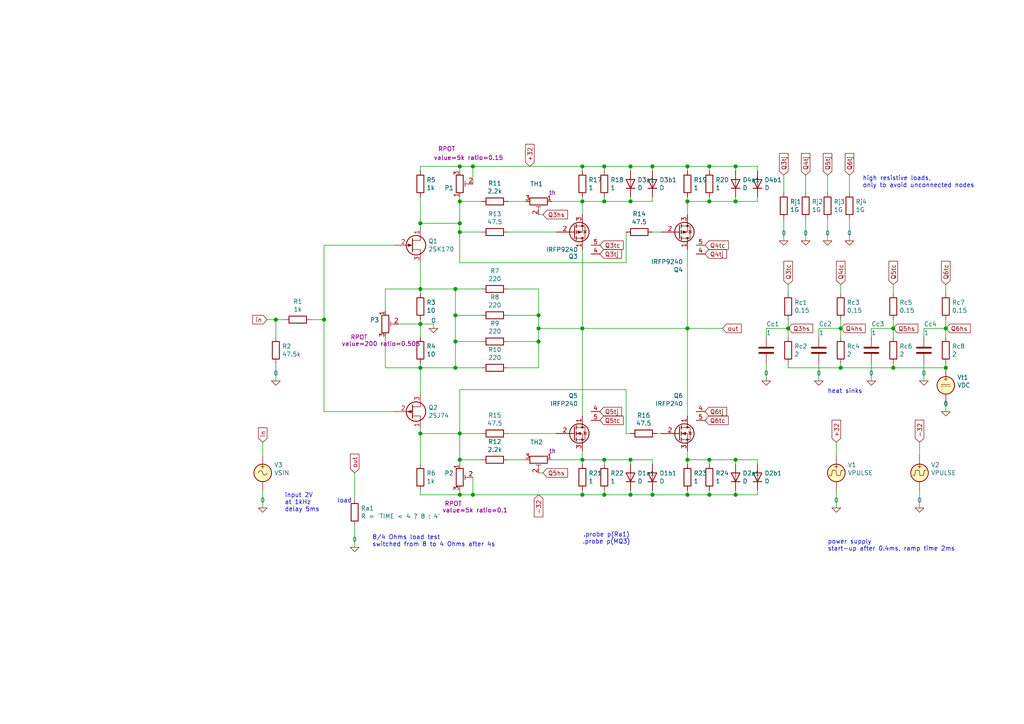
<source format=kicad_sch>
(kicad_sch (version 20231120) (generator "eeschema") (generator_version "8.0")
  (paper "A4")
  (title_block (title "Pass Labs F5 Turbo V2 thermal simulation") (date "2021-02-21") (rev "3") (company "Holger Vogt") (comment 1 "Circuit design (C) Nelson Pass, 2012") (comment 2 "4 and 8 Ohms load"))
  (lib_symbols
    (symbol "Device:C" (pin_numbers hide) (pin_names (offset 0.254))
      (property "Reference" "C" (at 0.635 2.54 0))
      (property "Value" "C" (at 0.635 -2.54 0))
      (symbol "C_0_1"
        (polyline (pts (xy -2.032 -0.762) (xy 2.032 -0.762)) (stroke (width 0.508)))
        (polyline (pts (xy -2.032 0.762) (xy 2.032 0.762)) (stroke (width 0.508)))
      )
      (symbol "C_1_1"
        (pin passive line (at 0 3.81 270) (length 2.794) (name "~") (number "1"))
        (pin passive line (at 0 -3.81 90) (length 2.794) (name "~") (number "2"))
      )
    )
    (symbol "Device:D" (pin_numbers hide) (pin_names hide)
      (property "Reference" "D" (at 0 2.54 0))
      (property "Value" "D" (at 0 -2.54 0))
      (symbol "D_0_1"
        (polyline (pts (xy -1.27 1.27) (xy -1.27 -1.27)) (stroke (width 0.254)))
        (polyline (pts (xy 1.27 0) (xy -1.27 0)))
        (polyline (pts (xy 1.27 1.27) (xy 1.27 -1.27) (xy -1.27 0) (xy 1.27 1.27)) (stroke (width 0.254)))
      )
      (symbol "D_1_1"
        (pin passive line (at -3.81 0 0) (length 2.54) (name "K") (number "1"))
        (pin passive line (at 3.81 0 180) (length 2.54) (name "A") (number "2"))
      )
    )
    (symbol "Device:Q_NJFET_DGS" (pin_names (offset 0) hide)
      (property "Reference" "Q" (at 5.08 1.27 0))
      (property "Value" "Q_NJFET_DGS" (at 5.08 -1.27 0))
      (symbol "Q_NJFET_DGS_0_1"
        (polyline (pts (xy 0.254 1.905) (xy 0.254 -1.905) (xy 0.254 -1.905)) (stroke (width 0.254)))
        (polyline (pts (xy 2.54 -2.54) (xy 2.54 -1.27) (xy 0.254 -1.27)))
        (polyline (pts (xy 2.54 2.54) (xy 2.54 1.397) (xy 0.254 1.397)))
        (polyline (pts (xy 0 0) (xy -1.016 0.381) (xy -1.016 -0.381) (xy 0 0)) (fill (type outline)))
        (circle (center 1.27 0) (radius 2.8194) (stroke (width 0.254)))
      )
      (symbol "Q_NJFET_DGS_1_1"
        (pin passive line (at 2.54 5.08 270) (length 2.54) (name "D") (number "1"))
        (pin input line (at -5.08 0 0) (length 5.334) (name "G") (number "2"))
        (pin passive line (at 2.54 -5.08 90) (length 2.54) (name "S") (number "3"))
      )
    )
    (symbol "Device:Q_PJFET_SGD" (pin_names (offset 0) hide)
      (property "Reference" "Q" (at 5.08 1.27 0))
      (property "Value" "Q_PJFET_SGD" (at 5.08 -1.27 0))
      (symbol "Q_PJFET_SGD_0_1"
        (polyline (pts (xy 0.254 1.905) (xy 0.254 -1.905) (xy 0.254 -1.905)) (stroke (width 0.254)))
        (polyline (pts (xy 2.54 -2.54) (xy 2.54 -1.27) (xy 0.254 -1.27)))
        (polyline (pts (xy 2.54 2.54) (xy 2.54 1.397) (xy 0.254 1.397)))
        (polyline (pts (xy -1.143 0) (xy -0.127 0.381) (xy -0.127 -0.381) (xy -1.143 0)) (fill (type outline)))
        (circle (center 1.27 0) (radius 2.8194) (stroke (width 0.254)))
      )
      (symbol "Q_PJFET_SGD_1_1"
        (pin passive line (at 2.54 -5.08 90) (length 2.54) (name "S") (number "1"))
        (pin input line (at -5.08 0 0) (length 5.334) (name "G") (number "2"))
        (pin passive line (at 2.54 5.08 270) (length 2.54) (name "D") (number "3"))
      )
    )
    (symbol "Device:R" (pin_numbers hide) (pin_names (offset 0))
      (property "Reference" "R" (at 2.032 0 90))
      (property "Value" "R" (at 0 0 90))
      (symbol "R_0_1"
        (rectangle (start -1.016 -2.54) (end 1.016 2.54) (stroke (width 0.254)))
      )
      (symbol "R_1_1"
        (pin passive line (at 0 3.81 270) (length 1.27) (name "~") (number "1"))
        (pin passive line (at 0 -3.81 90) (length 1.27) (name "~") (number "2"))
      )
    )
    (symbol "Device:R_POT_TRIM" (pin_names hide)
      (property "Reference" "RV" (at -4.445 0 90))
      (property "Value" "R_POT_TRIM" (at -2.54 0 90))
      (symbol "R_POT_TRIM_0_1"
        (polyline (pts (xy 1.524 0.762) (xy 1.524 -0.762)))
        (polyline (pts (xy 2.54 0) (xy 1.524 0)))
        (rectangle (start 1.016 2.54) (end -1.016 -2.54) (stroke (width 0.254)))
      )
      (symbol "R_POT_TRIM_1_1"
        (pin passive line (at 0 3.81 270) (length 1.27) (name "1") (number "1"))
        (pin passive line (at 3.81 0 180) (length 1.27) (name "2") (number "2"))
        (pin passive line (at 0 -3.81 90) (length 1.27) (name "3") (number "3"))
      )
    )
    (symbol "HVO_Device:Q_NMOS_DGS_T" (pin_names (offset 0) hide)
      (property "Reference" "Q" (at 5.08 1.27 0))
      (property "Value" "Q_NMOS_DGS_T" (at 5.08 -1.27 0))
      (symbol "Q_NMOS_DGS_T_0_0"
        (pin output line (at 7.62 6.35 180) (length 2.54) (name "Tj") (number "4"))
        (pin bidirectional line (at 7.62 3.81 180) (length 2.54) (name "Tcase") (number "5"))
      )
      (symbol "Q_NMOS_DGS_T_0_1"
        (polyline (pts (xy 0.0508 0) (xy 0.254 0)))
        (polyline (pts (xy 0.762 -1.778) (xy 2.54 -1.778)))
        (polyline (pts (xy 0.762 -1.27) (xy 0.762 -2.286)) (stroke (width 0.254)))
        (polyline (pts (xy 0.762 0) (xy 2.54 0)))
        (polyline (pts (xy 0.762 0.508) (xy 0.762 -0.508)) (stroke (width 0.254)))
        (polyline (pts (xy 0.762 1.778) (xy 2.54 1.778)))
        (polyline (pts (xy 0.762 2.286) (xy 0.762 1.27)) (stroke (width 0.254)))
        (polyline (pts (xy 2.54 -1.778) (xy 2.54 -2.54)))
        (polyline (pts (xy 2.54 -1.778) (xy 2.54 0)))
        (polyline (pts (xy 2.54 2.54) (xy 2.54 1.778)))
        (polyline (pts (xy 0.254 1.905) (xy 0.254 -1.905) (xy 0.254 -1.905)) (stroke (width 0.254)))
        (polyline (pts (xy 1.016 0) (xy 2.032 0.381) (xy 2.032 -0.381) (xy 1.016 0)) (fill (type outline)))
        (polyline (pts (xy 2.54 -1.778) (xy 3.302 -1.778) (xy 3.302 1.778) (xy 2.54 1.778)))
        (polyline (pts (xy 2.794 0.508) (xy 2.921 0.381) (xy 3.683 0.381) (xy 3.81 0.254)))
        (polyline (pts (xy 3.302 0.381) (xy 2.921 -0.254) (xy 3.683 -0.254) (xy 3.302 0.381)))
        (circle (center 1.651 0) (radius 2.8194) (stroke (width 0.254)))
        (circle (center 2.54 -1.778) (radius 0.2794) (fill (type outline)))
        (circle (center 2.54 1.778) (radius 0.2794) (fill (type outline)))
      )
      (symbol "Q_NMOS_DGS_T_1_1"
        (pin passive line (at 2.54 5.08 270) (length 2.54) (name "D") (number "1"))
        (pin input line (at -5.08 0 0) (length 5.08) (name "G") (number "2"))
        (pin passive line (at 2.54 -5.08 90) (length 2.54) (name "S") (number "3"))
      )
    )
    (symbol "HVO_Device:Q_PMOS_DGS_T" (pin_names (offset 0) hide)
      (property "Reference" "Q" (at 5.08 1.27 0))
      (property "Value" "Q_PMOS_DGS_T" (at 5.08 -1.27 0))
      (symbol "Q_PMOS_DGS_T_0_1"
        (polyline (pts (xy 0.0508 0) (xy 0.254 0)))
        (polyline (pts (xy 0.762 -1.778) (xy 2.54 -1.778)))
        (polyline (pts (xy 0.762 -1.27) (xy 0.762 -2.286)) (stroke (width 0.254)))
        (polyline (pts (xy 0.762 0) (xy 2.54 0)))
        (polyline (pts (xy 0.762 0.508) (xy 0.762 -0.508)) (stroke (width 0.254)))
        (polyline (pts (xy 0.762 1.778) (xy 2.54 1.778)))
        (polyline (pts (xy 0.762 2.286) (xy 0.762 1.27)) (stroke (width 0.254)))
        (polyline (pts (xy 2.54 -1.778) (xy 2.54 -2.54)))
        (polyline (pts (xy 2.54 -1.778) (xy 2.54 0)))
        (polyline (pts (xy 2.54 2.54) (xy 2.54 1.778)))
        (polyline (pts (xy 0.254 1.905) (xy 0.254 -1.905) (xy 0.254 -1.905)) (stroke (width 0.254)))
        (polyline (pts (xy 2.286 0) (xy 1.27 -0.381) (xy 1.27 0.381) (xy 2.286 0)) (fill (type outline)))
        (polyline (pts (xy 2.54 -1.778) (xy 3.302 -1.778) (xy 3.302 1.778) (xy 2.54 1.778)))
        (polyline (pts (xy 2.794 -0.508) (xy 2.921 -0.381) (xy 3.683 -0.381) (xy 3.81 -0.254)))
        (polyline (pts (xy 3.302 -0.381) (xy 2.921 0.254) (xy 3.683 0.254) (xy 3.302 -0.381)))
        (circle (center 1.651 0) (radius 2.8194) (stroke (width 0.254)))
        (circle (center 2.54 -1.778) (radius 0.2794) (fill (type outline)))
        (circle (center 2.54 1.778) (radius 0.2794) (fill (type outline)))
      )
      (symbol "Q_PMOS_DGS_T_1_1"
        (pin passive line (at 2.54 5.08 270) (length 2.54) (name "D") (number "1"))
        (pin input line (at -5.08 0 0) (length 5.08) (name "G") (number "2"))
        (pin passive line (at 2.54 -5.08 90) (length 2.54) (name "S") (number "3"))
        (pin output line (at 7.62 6.35 180) (length 2.54) (name "Tj") (number "4"))
        (pin bidirectional line (at 7.62 3.81 180) (length 2.54) (name "Tcase") (number "5"))
      )
    )
    (symbol "Simulation_SPICE:VDC" (pin_numbers hide) (pin_names (offset 0.0254))
      (property "Reference" "V" (at 2.54 2.54 0))
      (property "Value" "VDC" (at 2.54 0 0))
      (property "Spice_Model" "dc(1)" (at 2.54 -2.54 0))
      (symbol "VDC_0_0"
        (polyline (pts (xy -1.27 0.254) (xy 1.27 0.254)))
        (polyline (pts (xy -0.762 -0.254) (xy -1.27 -0.254)))
        (polyline (pts (xy 0.254 -0.254) (xy -0.254 -0.254)))
        (polyline (pts (xy 1.27 -0.254) (xy 0.762 -0.254)))
        (text "+" (at 0 1.905 0) (effects (font (size 1.27 1.27))))
      )
      (symbol "VDC_0_1"
        (circle (center 0 0) (radius 2.54) (stroke (width 0.254)) (fill (type background)))
      )
      (symbol "VDC_1_1"
        (pin passive line (at 0 5.08 270) (length 2.54) (name "~") (number "1"))
        (pin passive line (at 0 -5.08 90) (length 2.54) (name "~") (number "2"))
      )
    )
    (symbol "Simulation_SPICE:VPULSE" (pin_numbers hide) (pin_names (offset 0.0254))
      (property "Reference" "V" (at 2.54 2.54 0))
      (property "Value" "VPULSE" (at 2.54 0 0))
      (property "Spice_Model" "pulse(0 1 2n 2n 2n 50n 100n)" (at 2.54 -2.54 0))
      (symbol "VPULSE_0_0"
        (polyline (pts (xy -2.032 -0.762) (xy -1.397 -0.762) (xy -1.143 0.762) (xy -0.127 0.762) (xy 0.127 -0.762) (xy 1.143 -0.762) (xy 1.397 0.762) (xy 2.032 0.762)))
        (text "+" (at 0 1.905 0) (effects (font (size 1.27 1.27))))
      )
      (symbol "VPULSE_0_1"
        (circle (center 0 0) (radius 2.54) (stroke (width 0.254)) (fill (type background)))
      )
      (symbol "VPULSE_1_1"
        (pin passive line (at 0 5.08 270) (length 2.54) (name "~") (number "1"))
        (pin passive line (at 0 -5.08 90) (length 2.54) (name "~") (number "2"))
      )
    )
    (symbol "Simulation_SPICE:VSIN" (pin_numbers hide) (pin_names (offset 0.0254))
      (property "Reference" "V" (at 2.54 2.54 0))
      (property "Value" "VSIN" (at 2.54 0 0))
      (property "Spice_Model" "sin(0 1 1k)" (at 2.54 -2.54 0))
      (symbol "VSIN_0_0"
        (arc (start 0 0) (mid -0.635 0.6323) (end -1.27 0))
        (arc (start 0 0) (mid 0.635 -0.6323) (end 1.27 0))
        (text "+" (at 0 1.905 0) (effects (font (size 1.27 1.27))))
      )
      (symbol "VSIN_0_1"
        (circle (center 0 0) (radius 2.54) (stroke (width 0.254)) (fill (type background)))
      )
      (symbol "VSIN_1_1"
        (pin passive line (at 0 5.08 270) (length 2.54) (name "~") (number "1"))
        (pin passive line (at 0 -5.08 90) (length 2.54) (name "~") (number "2"))
      )
    )
    (symbol "pspice:0" (power) (pin_names (offset 0))
      (property "Value" "0" (at 0 -1.778 0))
      (symbol "0_0_1"
        (polyline (pts (xy -1.27 0) (xy 0 -1.27) (xy 1.27 0) (xy -1.27 0)))
      )
      (symbol "0_1_1"
        (pin power_in line (at 0 0 0) (length 0) hide (name "0") (number "1"))
      )
    )
  )
  (junction (at 213.36 58.42) (diameter 1.016))
  (junction (at 274.32 106.68) (diameter 1.016))
  (junction (at 132.08 83.82) (diameter 1.016))
  (junction (at 243.84 95.25) (diameter 1.016))
  (junction (at 175.26 143.51) (diameter 1.016))
  (junction (at 243.84 106.68) (diameter 1.016))
  (junction (at 133.35 67.31) (diameter 1.016))
  (junction (at 156.21 99.06) (diameter 1.016))
  (junction (at 182.88 48.26) (diameter 1.016))
  (junction (at 182.88 58.42) (diameter 1.016))
  (junction (at 213.36 133.35) (diameter 1.016))
  (junction (at 199.39 95.25) (diameter 1.016))
  (junction (at 259.08 95.25) (diameter 1.016))
  (junction (at 168.91 58.42) (diameter 1.016))
  (junction (at 205.74 58.42) (diameter 1.016))
  (junction (at 274.32 95.25) (diameter 1.016))
  (junction (at 93.98 92.71) (diameter 1.016))
  (junction (at 168.91 48.26) (diameter 1.016))
  (junction (at 199.39 48.26) (diameter 1.016))
  (junction (at 168.91 143.51) (diameter 1.016))
  (junction (at 199.39 58.42) (diameter 1.016))
  (junction (at 133.35 48.26) (diameter 1.016))
  (junction (at 205.74 133.35) (diameter 1.016))
  (junction (at 168.91 95.25) (diameter 1.016))
  (junction (at 199.39 133.35) (diameter 1.016))
  (junction (at 175.26 58.42) (diameter 1.016))
  (junction (at 121.92 106.68) (diameter 1.016))
  (junction (at 133.35 64.77) (diameter 1.016))
  (junction (at 133.35 143.51) (diameter 1.016))
  (junction (at 189.23 48.26) (diameter 1.016))
  (junction (at 121.92 83.82) (diameter 1.016))
  (junction (at 259.08 106.68) (diameter 1.016))
  (junction (at 189.23 143.51) (diameter 1.016))
  (junction (at 121.92 93.98) (diameter 1.016))
  (junction (at 205.74 143.51) (diameter 1.016))
  (junction (at 132.08 91.44) (diameter 1.016))
  (junction (at 182.88 143.51) (diameter 1.016))
  (junction (at 156.21 91.44) (diameter 1.016))
  (junction (at 80.01 92.71) (diameter 1.016))
  (junction (at 213.36 143.51) (diameter 1.016))
  (junction (at 121.92 125.73) (diameter 1.016))
  (junction (at 132.08 99.06) (diameter 1.016))
  (junction (at 199.39 143.51) (diameter 1.016))
  (junction (at 133.35 58.42) (diameter 1.016))
  (junction (at 175.26 48.26) (diameter 1.016))
  (junction (at 182.88 133.35) (diameter 1.016))
  (junction (at 121.92 64.77) (diameter 1.016))
  (junction (at 168.91 133.35) (diameter 1.016))
  (junction (at 137.16 143.51) (diameter 1.016))
  (junction (at 205.74 48.26) (diameter 1.016))
  (junction (at 133.35 125.73) (diameter 1.016))
  (junction (at 175.26 133.35) (diameter 1.016))
  (junction (at 213.36 48.26) (diameter 1.016))
  (junction (at 133.35 133.35) (diameter 1.016))
  (junction (at 137.16 48.26) (diameter 1.016))
  (junction (at 156.21 95.25) (diameter 1.016))
  (junction (at 132.08 106.68) (diameter 1.016))
  (junction (at 228.6 95.25) (diameter 1.016))
  (wire (pts (xy 132.08 83.82) (xy 121.92 83.82)))
  (wire (pts (xy 156.21 106.68) (xy 147.32 106.68)))
  (wire (pts (xy 175.26 58.42) (xy 182.88 58.42)))
  (wire (pts (xy 121.92 93.98) (xy 121.92 97.79)))
  (wire (pts (xy 213.36 58.42) (xy 219.71 58.42)))
  (wire (pts (xy 213.36 133.35) (xy 213.36 134.62)))
  (wire (pts (xy 121.92 93.98) (xy 125.73 93.98)))
  (wire (pts (xy 121.92 64.77) (xy 133.35 64.77)))
  (wire (pts (xy 111.76 83.82) (xy 121.92 83.82)))
  (wire (pts (xy 90.17 92.71) (xy 93.98 92.71)))
  (wire (pts (xy 274.32 97.79) (xy 274.32 95.25)))
  (wire (pts (xy 147.32 125.73) (xy 161.29 125.73)))
  (wire (pts (xy 133.35 48.26) (xy 137.16 48.26)))
  (wire (pts (xy 168.91 142.24) (xy 168.91 143.51)))
  (wire (pts (xy 222.25 97.79) (xy 222.25 95.25)))
  (wire (pts (xy 222.25 105.41) (xy 222.25 110.49)))
  (wire (pts (xy 147.32 83.82) (xy 156.21 83.82)))
  (wire (pts (xy 132.08 83.82) (xy 132.08 91.44)))
  (wire (pts (xy 132.08 106.68) (xy 139.7 106.68)))
  (wire (pts (xy 189.23 142.24) (xy 189.23 143.51)))
  (wire (pts (xy 199.39 58.42) (xy 205.74 58.42)))
  (wire (pts (xy 274.32 85.09) (xy 274.32 82.55)))
  (wire (pts (xy 137.16 138.43) (xy 137.16 143.51)))
  (wire (pts (xy 114.3 71.12) (xy 93.98 71.12)))
  (wire (pts (xy 133.35 113.03) (xy 181.61 113.03)))
  (wire (pts (xy 93.98 119.38) (xy 114.3 119.38)))
  (wire (pts (xy 252.73 105.41) (xy 252.73 110.49)))
  (wire (pts (xy 213.36 143.51) (xy 219.71 143.51)))
  (wire (pts (xy 111.76 97.79) (xy 111.76 106.68)))
  (wire (pts (xy 133.35 133.35) (xy 133.35 134.62)))
  (wire (pts (xy 243.84 95.25) (xy 243.84 92.71)))
  (wire (pts (xy 168.91 95.25) (xy 199.39 95.25)))
  (wire (pts (xy 243.84 85.09) (xy 243.84 82.55)))
  (wire (pts (xy 243.84 106.68) (xy 259.08 106.68)))
  (wire (pts (xy 242.57 142.24) (xy 242.57 147.32)))
  (wire (pts (xy 175.26 142.24) (xy 175.26 143.51)))
  (wire (pts (xy 133.35 125.73) (xy 139.7 125.73)))
  (wire (pts (xy 189.23 49.53) (xy 189.23 48.26)))
  (wire (pts (xy 233.68 63.5) (xy 233.68 69.85)))
  (wire (pts (xy 189.23 58.42) (xy 189.23 57.15)))
  (wire (pts (xy 156.21 99.06) (xy 156.21 106.68)))
  (wire (pts (xy 156.21 99.06) (xy 156.21 95.25)))
  (wire (pts (xy 266.7 132.08) (xy 266.7 128.27)))
  (wire (pts (xy 121.92 76.2) (xy 121.92 83.82)))
  (wire (pts (xy 205.74 48.26) (xy 213.36 48.26)))
  (wire (pts (xy 102.87 137.16) (xy 102.87 144.78)))
  (wire (pts (xy 168.91 58.42) (xy 168.91 62.23)))
  (wire (pts (xy 182.88 133.35) (xy 189.23 133.35)))
  (wire (pts (xy 133.35 125.73) (xy 133.35 133.35)))
  (wire (pts (xy 213.36 57.15) (xy 213.36 58.42)))
  (wire (pts (xy 121.92 64.77) (xy 121.92 66.04)))
  (wire (pts (xy 242.57 132.08) (xy 242.57 128.27)))
  (wire (pts (xy 213.36 48.26) (xy 219.71 48.26)))
  (wire (pts (xy 205.74 57.15) (xy 205.74 58.42)))
  (wire (pts (xy 267.97 97.79) (xy 267.97 95.25)))
  (wire (pts (xy 228.6 85.09) (xy 228.6 82.55)))
  (wire (pts (xy 259.08 85.09) (xy 259.08 82.55)))
  (wire (pts (xy 121.92 106.68) (xy 132.08 106.68)))
  (wire (pts (xy 76.2 132.08) (xy 76.2 128.27)))
  (wire (pts (xy 199.39 142.24) (xy 199.39 143.51)))
  (wire (pts (xy 182.88 48.26) (xy 189.23 48.26)))
  (wire (pts (xy 205.74 142.24) (xy 205.74 143.51)))
  (wire (pts (xy 199.39 48.26) (xy 205.74 48.26)))
  (wire (pts (xy 182.88 133.35) (xy 175.26 133.35)))
  (wire (pts (xy 160.02 58.42) (xy 168.91 58.42)))
  (wire (pts (xy 125.73 93.98) (xy 125.73 95.25)))
  (wire (pts (xy 121.92 134.62) (xy 121.92 125.73)))
  (wire (pts (xy 199.39 143.51) (xy 189.23 143.51)))
  (wire (pts (xy 133.35 64.77) (xy 133.35 67.31)))
  (wire (pts (xy 240.03 55.88) (xy 240.03 50.8)))
  (wire (pts (xy 121.92 57.15) (xy 121.92 64.77)))
  (wire (pts (xy 213.36 49.53) (xy 213.36 48.26)))
  (wire (pts (xy 156.21 62.23) (xy 157.48 62.23)))
  (wire (pts (xy 181.61 125.73) (xy 182.88 125.73)))
  (wire (pts (xy 147.32 58.42) (xy 152.4 58.42)))
  (wire (pts (xy 168.91 133.35) (xy 175.26 133.35)))
  (wire (pts (xy 133.35 143.51) (xy 137.16 143.51)))
  (wire (pts (xy 168.91 95.25) (xy 168.91 120.65)))
  (wire (pts (xy 132.08 99.06) (xy 132.08 106.68)))
  (wire (pts (xy 190.5 125.73) (xy 191.77 125.73)))
  (wire (pts (xy 80.01 97.79) (xy 80.01 92.71)))
  (wire (pts (xy 182.88 58.42) (xy 189.23 58.42)))
  (wire (pts (xy 274.32 95.25) (xy 274.32 92.71)))
  (wire (pts (xy 156.21 91.44) (xy 156.21 95.25)))
  (wire (pts (xy 139.7 67.31) (xy 133.35 67.31)))
  (wire (pts (xy 156.21 137.16) (xy 157.48 137.16)))
  (wire (pts (xy 175.26 48.26) (xy 168.91 48.26)))
  (wire (pts (xy 199.39 95.25) (xy 199.39 120.65)))
  (wire (pts (xy 199.39 72.39) (xy 199.39 95.25)))
  (wire (pts (xy 133.35 49.53) (xy 133.35 48.26)))
  (wire (pts (xy 121.92 124.46) (xy 121.92 125.73)))
  (wire (pts (xy 182.88 143.51) (xy 175.26 143.51)))
  (wire (pts (xy 121.92 106.68) (xy 121.92 114.3)))
  (wire (pts (xy 189.23 143.51) (xy 182.88 143.51)))
  (wire (pts (xy 259.08 106.68) (xy 259.08 105.41)))
  (wire (pts (xy 175.26 143.51) (xy 168.91 143.51)))
  (wire (pts (xy 205.74 58.42) (xy 213.36 58.42)))
  (wire (pts (xy 80.01 92.71) (xy 82.55 92.71)))
  (wire (pts (xy 175.26 57.15) (xy 175.26 58.42)))
  (wire (pts (xy 137.16 143.51) (xy 168.91 143.51)))
  (wire (pts (xy 147.32 91.44) (xy 156.21 91.44)))
  (wire (pts (xy 121.92 49.53) (xy 121.92 48.26)))
  (wire (pts (xy 121.92 92.71) (xy 121.92 93.98)))
  (wire (pts (xy 199.39 58.42) (xy 199.39 62.23)))
  (wire (pts (xy 147.32 67.31) (xy 161.29 67.31)))
  (wire (pts (xy 240.03 63.5) (xy 240.03 69.85)))
  (wire (pts (xy 137.16 53.34) (xy 137.16 48.26)))
  (wire (pts (xy 219.71 133.35) (xy 219.71 134.62)))
  (wire (pts (xy 168.91 134.62) (xy 168.91 133.35)))
  (wire (pts (xy 182.88 49.53) (xy 182.88 48.26)))
  (wire (pts (xy 168.91 48.26) (xy 168.91 49.53)))
  (wire (pts (xy 205.74 133.35) (xy 199.39 133.35)))
  (wire (pts (xy 205.74 133.35) (xy 213.36 133.35)))
  (wire (pts (xy 259.08 95.25) (xy 259.08 92.71)))
  (wire (pts (xy 182.88 142.24) (xy 182.88 143.51)))
  (wire (pts (xy 228.6 106.68) (xy 243.84 106.68)))
  (wire (pts (xy 175.26 133.35) (xy 175.26 134.62)))
  (wire (pts (xy 111.76 106.68) (xy 121.92 106.68)))
  (wire (pts (xy 121.92 143.51) (xy 133.35 143.51)))
  (wire (pts (xy 189.23 48.26) (xy 199.39 48.26)))
  (wire (pts (xy 102.87 152.4) (xy 102.87 158.75)))
  (wire (pts (xy 252.73 95.25) (xy 259.08 95.25)))
  (wire (pts (xy 199.39 49.53) (xy 199.39 48.26)))
  (wire (pts (xy 132.08 99.06) (xy 139.7 99.06)))
  (wire (pts (xy 213.36 142.24) (xy 213.36 143.51)))
  (wire (pts (xy 205.74 133.35) (xy 205.74 134.62)))
  (wire (pts (xy 139.7 58.42) (xy 133.35 58.42)))
  (wire (pts (xy 139.7 83.82) (xy 132.08 83.82)))
  (wire (pts (xy 168.91 58.42) (xy 175.26 58.42)))
  (wire (pts (xy 274.32 106.68) (xy 274.32 105.41)))
  (wire (pts (xy 199.39 57.15) (xy 199.39 58.42)))
  (wire (pts (xy 274.32 116.84) (xy 274.32 119.38)))
  (wire (pts (xy 243.84 106.68) (xy 243.84 105.41)))
  (wire (pts (xy 133.35 125.73) (xy 121.92 125.73)))
  (wire (pts (xy 133.35 58.42) (xy 133.35 57.15)))
  (wire (pts (xy 246.38 55.88) (xy 246.38 50.8)))
  (wire (pts (xy 237.49 95.25) (xy 243.84 95.25)))
  (wire (pts (xy 267.97 105.41) (xy 267.97 110.49)))
  (wire (pts (xy 132.08 91.44) (xy 132.08 99.06)))
  (wire (pts (xy 213.36 133.35) (xy 219.71 133.35)))
  (wire (pts (xy 237.49 105.41) (xy 237.49 110.49)))
  (wire (pts (xy 228.6 106.68) (xy 228.6 105.41)))
  (wire (pts (xy 147.32 99.06) (xy 156.21 99.06)))
  (wire (pts (xy 222.25 95.25) (xy 228.6 95.25)))
  (wire (pts (xy 259.08 106.68) (xy 274.32 106.68)))
  (wire (pts (xy 219.71 58.42) (xy 219.71 57.15)))
  (wire (pts (xy 227.33 55.88) (xy 227.33 50.8)))
  (wire (pts (xy 228.6 95.25) (xy 228.6 92.71)))
  (wire (pts (xy 168.91 133.35) (xy 168.91 130.81)))
  (wire (pts (xy 189.23 133.35) (xy 189.23 134.62)))
  (wire (pts (xy 80.01 105.41) (xy 80.01 110.49)))
  (wire (pts (xy 199.39 130.81) (xy 199.39 133.35)))
  (wire (pts (xy 137.16 48.26) (xy 168.91 48.26)))
  (wire (pts (xy 156.21 83.82) (xy 156.21 91.44)))
  (wire (pts (xy 111.76 90.17) (xy 111.76 83.82)))
  (wire (pts (xy 252.73 97.79) (xy 252.73 95.25)))
  (wire (pts (xy 133.35 67.31) (xy 133.35 76.2)))
  (wire (pts (xy 199.39 95.25) (xy 209.55 95.25)))
  (wire (pts (xy 132.08 91.44) (xy 139.7 91.44)))
  (wire (pts (xy 182.88 133.35) (xy 182.88 134.62)))
  (wire (pts (xy 76.2 142.24) (xy 76.2 147.32)))
  (wire (pts (xy 168.91 95.25) (xy 156.21 95.25)))
  (wire (pts (xy 233.68 55.88) (xy 233.68 50.8)))
  (wire (pts (xy 93.98 71.12) (xy 93.98 92.71)))
  (wire (pts (xy 160.02 133.35) (xy 168.91 133.35)))
  (wire (pts (xy 133.35 142.24) (xy 133.35 143.51)))
  (wire (pts (xy 147.32 133.35) (xy 152.4 133.35)))
  (wire (pts (xy 246.38 63.5) (xy 246.38 69.85)))
  (wire (pts (xy 121.92 105.41) (xy 121.92 106.68)))
  (wire (pts (xy 168.91 72.39) (xy 168.91 95.25)))
  (wire (pts (xy 133.35 76.2) (xy 181.61 76.2)))
  (wire (pts (xy 175.26 48.26) (xy 175.26 49.53)))
  (wire (pts (xy 133.35 64.77) (xy 133.35 58.42)))
  (wire (pts (xy 168.91 57.15) (xy 168.91 58.42)))
  (wire (pts (xy 182.88 48.26) (xy 175.26 48.26)))
  (wire (pts (xy 77.47 92.71) (xy 80.01 92.71)))
  (wire (pts (xy 181.61 76.2) (xy 181.61 67.31)))
  (wire (pts (xy 205.74 143.51) (xy 199.39 143.51)))
  (wire (pts (xy 227.33 63.5) (xy 227.33 69.85)))
  (wire (pts (xy 205.74 143.51) (xy 213.36 143.51)))
  (wire (pts (xy 237.49 97.79) (xy 237.49 95.25)))
  (wire (pts (xy 182.88 57.15) (xy 182.88 58.42)))
  (wire (pts (xy 139.7 133.35) (xy 133.35 133.35)))
  (wire (pts (xy 243.84 97.79) (xy 243.84 95.25)))
  (wire (pts (xy 219.71 48.26) (xy 219.71 49.53)))
  (wire (pts (xy 121.92 48.26) (xy 133.35 48.26)))
  (wire (pts (xy 266.7 142.24) (xy 266.7 147.32)))
  (wire (pts (xy 219.71 142.24) (xy 219.71 143.51)))
  (wire (pts (xy 133.35 125.73) (xy 133.35 113.03)))
  (wire (pts (xy 199.39 134.62) (xy 199.39 133.35)))
  (wire (pts (xy 267.97 95.25) (xy 274.32 95.25)))
  (wire (pts (xy 115.57 93.98) (xy 121.92 93.98)))
  (wire (pts (xy 121.92 142.24) (xy 121.92 143.51)))
  (wire (pts (xy 93.98 92.71) (xy 93.98 119.38)))
  (wire (pts (xy 259.08 97.79) (xy 259.08 95.25)))
  (wire (pts (xy 181.61 113.03) (xy 181.61 125.73)))
  (wire (pts (xy 189.23 67.31) (xy 191.77 67.31)))
  (wire (pts (xy 228.6 97.79) (xy 228.6 95.25)))
  (wire (pts (xy 121.92 85.09) (xy 121.92 83.82)))
  (wire (pts (xy 205.74 49.53) (xy 205.74 48.26)))
  (text "high resistive loads, \nonly to avoid unconnected nodes" (at 250.19 54.61 0) (effects (font (size 1.27 1.27)) (justify left bottom)))
  (text "8/4 Ohms load test\nswitched from 8 to 4 Ohms after 4s" (at 107.95 158.75 0) (effects (font (size 1.27 1.27)) (justify left bottom)))
  (text "heat sinks" (at 240.03 114.3 0) (effects (font (size 1.27 1.27)) (justify left bottom)))
  (text "power supply\nstart-up after 0.4ms, ramp time 2ms" (at 240.03 160.02 0) (effects (font (size 1.27 1.27)) (justify left bottom)))
  (text ".probe p(Ra1)\n.probe p(MQ3)" (at 175.895 156.21 0) (effects (font (size 1.27 1.27))))
  (text "input 2V\nat 1kHz\ndelay 5ms" (at 82.55 148.59 0) (effects (font (size 1.27 1.27)) (justify left bottom)))
  (text "load" (at 97.79 146.05 0) (effects (font (size 1.27 1.27)) (justify left bottom)))
  (global_label "Q5tj" (shape input) (at 173.99 119.38 0) (property "Intersheetrefs" "${INTERSHEET_REFS}" (effects (hide yes))))
  (global_label "-32" (shape input) (at 266.7 128.27 90) (property "Intersheetrefs" "${INTERSHEET_REFS}" (effects (hide yes))))
  (global_label "Q3tc" (shape input) (at 228.6 82.55 90) (property "Intersheetrefs" "${INTERSHEET_REFS}" (effects (hide yes))))
  (global_label "Q6hs" (shape input) (at 274.32 95.25 0) (property "Intersheetrefs" "${INTERSHEET_REFS}" (effects (hide yes))))
  (global_label "Q4hs" (shape input) (at 243.84 95.25 0) (property "Intersheetrefs" "${INTERSHEET_REFS}" (effects (hide yes))))
  (global_label "Q3tj" (shape input) (at 227.33 50.8 90) (property "Intersheetrefs" "${INTERSHEET_REFS}" (effects (hide yes))))
  (global_label "Q3tj" (shape input) (at 173.99 73.66 0) (property "Intersheetrefs" "${INTERSHEET_REFS}" (effects (hide yes))))
  (global_label "Q3hs" (shape input) (at 228.6 95.25 0) (property "Intersheetrefs" "${INTERSHEET_REFS}" (effects (hide yes))))
  (global_label "+32" (shape input) (at 153.67 48.26 90) (property "Intersheetrefs" "${INTERSHEET_REFS}" (effects (hide yes))))
  (global_label "Q5hs" (shape input) (at 259.08 95.25 0) (property "Intersheetrefs" "${INTERSHEET_REFS}" (effects (hide yes))))
  (global_label "Q5tc" (shape input) (at 259.08 82.55 90) (property "Intersheetrefs" "${INTERSHEET_REFS}" (effects (hide yes))))
  (global_label "in" (shape input) (at 76.2 128.27 90) (property "Intersheetrefs" "${INTERSHEET_REFS}" (effects (hide yes))))
  (global_label "Q4tj" (shape input) (at 233.68 50.8 90) (property "Intersheetrefs" "${INTERSHEET_REFS}" (effects (hide yes))))
  (global_label "Q6tj" (shape input) (at 204.47 119.38 0) (property "Intersheetrefs" "${INTERSHEET_REFS}" (effects (hide yes))))
  (global_label "Q6tc" (shape input) (at 204.47 121.92 0) (property "Intersheetrefs" "${INTERSHEET_REFS}" (effects (hide yes))))
  (global_label "Q5tc" (shape input) (at 173.99 121.92 0) (property "Intersheetrefs" "${INTERSHEET_REFS}" (effects (hide yes))))
  (global_label "in" (shape input) (at 77.47 92.71 180) (property "Intersheetrefs" "${INTERSHEET_REFS}" (effects (hide yes))))
  (global_label "out" (shape input) (at 102.87 137.16 90) (property "Intersheetrefs" "${INTERSHEET_REFS}" (effects (hide yes))))
  (global_label "Q6tj" (shape input) (at 246.38 50.8 90) (property "Intersheetrefs" "${INTERSHEET_REFS}" (effects (hide yes))))
  (global_label "Q5tj" (shape input) (at 240.03 50.8 90) (property "Intersheetrefs" "${INTERSHEET_REFS}" (effects (hide yes))))
  (global_label "Q6tc" (shape input) (at 274.32 82.55 90) (property "Intersheetrefs" "${INTERSHEET_REFS}" (effects (hide yes))))
  (global_label "Q4tc" (shape input) (at 243.84 82.55 90) (property "Intersheetrefs" "${INTERSHEET_REFS}" (effects (hide yes))))
  (global_label "Q3hs" (shape input) (at 157.48 62.23 0) (property "Intersheetrefs" "${INTERSHEET_REFS}" (effects (hide yes))))
  (global_label "Q4tj" (shape input) (at 204.47 73.66 0) (property "Intersheetrefs" "${INTERSHEET_REFS}" (effects (hide yes))))
  (global_label "Q5hs" (shape input) (at 157.48 137.16 0) (property "Intersheetrefs" "${INTERSHEET_REFS}" (effects (hide yes))))
  (global_label "+32" (shape input) (at 242.57 128.27 90) (property "Intersheetrefs" "${INTERSHEET_REFS}" (effects (hide yes))))
  (global_label "Q3tc" (shape input) (at 173.99 71.12 0) (property "Intersheetrefs" "${INTERSHEET_REFS}" (effects (hide yes))))
  (global_label "-32" (shape input) (at 156.21 143.51 270) (property "Intersheetrefs" "${INTERSHEET_REFS}" (effects (hide yes))))
  (global_label "out" (shape input) (at 209.55 95.25 0) (property "Intersheetrefs" "${INTERSHEET_REFS}" (effects (hide yes))))
  (global_label "Q4tc" (shape input) (at 204.47 71.12 0) (property "Intersheetrefs" "${INTERSHEET_REFS}" (effects (hide yes))))
  (symbol (lib_id "Device:R") (at 143.51 83.82 270) (unit 1)
    (property "Reference" "R7" (at 143.51 78.5622 90))
    (property "Value" "220" (at 143.51 80.8736 90))
  )
  (symbol (lib_id "Device:R") (at 143.51 91.44 270) (unit 1)
    (property "Reference" "R8" (at 143.51 86.1822 90))
    (property "Value" "220" (at 143.51 88.4936 90))
  )
  (symbol (lib_id "Device:R") (at 143.51 99.06 270) (unit 1)
    (property "Reference" "R9" (at 143.51 93.8022 90))
    (property "Value" "220" (at 143.51 96.1136 90))
  )
  (symbol (lib_id "Device:R") (at 143.51 106.68 270) (unit 1)
    (property "Reference" "R10" (at 143.51 101.4222 90))
    (property "Value" "220" (at 143.51 103.7336 90))
  )
  (symbol (lib_id "Device:R") (at 121.92 88.9 0) (unit 1)
    (property "Reference" "R3" (at 123.698 87.7316 0) (effects (justify left)))
    (property "Value" "10" (at 123.698 90.043 0) (effects (justify left)))
  )
  (symbol (lib_id "Device:R") (at 121.92 101.6 0) (unit 1)
    (property "Reference" "R4" (at 123.698 100.4316 0) (effects (justify left)))
    (property "Value" "10" (at 123.698 102.743 0) (effects (justify left)))
  )
  (symbol (lib_id "pspice:0") (at 125.73 95.25 0) (unit 1)
    (property "Reference" "#GND0102" (effects (hide yes)))
    (property "Value" "0" (at 125.73 92.9894 0))
  )
  (symbol (lib_id "Device:R_POT_TRIM") (at 111.76 93.98 0) (unit 1)
    (property "Reference" "P3" (at 109.982 92.8116 0) (effects (justify right)))
    (property "Value" "200" (effects (hide yes)))
    (property "Sim.Library" "F5models.lib" (effects (hide yes)))
    (property "Sim.Name" "RPOT" (at 106.68 97.79 0) (effects (justify right)))
    (property "Sim.Pins" "1=1 2=2 3=3" (effects (hide yes)))
    (property "Sim.Device" "SUBCKT" (effects (hide yes)))
    (property "Sim.Params" "value=200 ratio=0.505" (at 110.49 99.695 0))
  )
  (symbol (lib_id "Device:Q_NJFET_DGS") (at 119.38 71.12 0) (unit 1)
    (property "Reference" "Q1" (at 124.206 69.9516 0) (effects (justify left)))
    (property "Value" "2SK170" (at 124.206 72.263 0) (effects (justify left)))
    (property "Sim.Library" "F5models.lib" (effects (hide yes)))
    (property "Sim.Name" "2SK170" (effects (hide yes)))
    (property "Sim.Pins" "1=D 2=G 3=S" (effects (hide yes)))
  )
  (symbol (lib_id "Device:Q_PJFET_SGD") (at 119.38 119.38 0) (unit 1)
    (property "Reference" "Q2" (at 124.2314 118.2116 0) (effects (justify left)))
    (property "Value" "2SJ74" (at 124.2314 120.523 0) (effects (justify left)))
    (property "Sim.Library" "F5models.lib" (effects (hide yes)))
    (property "Sim.Name" "2SJ74" (effects (hide yes)))
    (property "Sim.Pins" "1=D 2=G 3=S" (effects (hide yes)))
  )
  (symbol (lib_id "Device:R") (at 86.36 92.71 270) (unit 1)
    (property "Reference" "R1" (at 86.36 87.4522 90))
    (property "Value" "1k" (at 86.36 89.7636 90))
  )
  (symbol (lib_id "Device:R") (at 80.01 101.6 0) (unit 1)
    (property "Reference" "R2" (at 81.788 100.4316 0) (effects (justify left)))
    (property "Value" "47.5k" (at 81.788 102.743 0) (effects (justify left)))
  )
  (symbol (lib_id "pspice:0") (at 80.01 110.49 0) (unit 1)
    (property "Reference" "#GND0101" (effects (hide yes)))
    (property "Value" "0" (at 80.01 108.2294 0))
  )
  (symbol (lib_id "Device:R") (at 121.92 53.34 0) (unit 1)
    (property "Reference" "R5" (at 123.698 52.1716 0) (effects (justify left)))
    (property "Value" "1k" (at 123.698 54.483 0) (effects (justify left)))
  )
  (symbol (lib_id "Device:R") (at 121.92 138.43 0) (unit 1)
    (property "Reference" "R6" (at 123.698 137.2616 0) (effects (justify left)))
    (property "Value" "1k" (at 123.698 139.573 0) (effects (justify left)))
  )
  (symbol (lib_id "Device:R_POT_TRIM") (at 133.35 138.43 0) (unit 1)
    (property "Reference" "P2" (at 131.5974 137.2616 0) (effects (justify right)))
    (property "Value" "200" (effects (hide yes)))
    (property "Sim.Library" "F5models.lib" (effects (hide yes)))
    (property "Sim.Name" "RPOT" (at 133.985 146.05 0) (effects (justify right)))
    (property "Sim.Pins" "1=1 2=2 3=3" (effects (hide yes)))
    (property "Sim.Device" "SUBCKT" (effects (hide yes)))
    (property "Sim.Params" "value=5k ratio=0.1" (at 137.795 147.955 0))
  )
  (symbol (lib_id "Device:R_POT_TRIM") (at 133.35 53.34 0) (mirror x) (unit 1)
    (property "Reference" "P1" (at 131.5974 54.5084 0) (effects (justify right)))
    (property "Value" "200" (effects (hide yes)))
    (property "Sim.Library" "F5models.lib" (effects (hide yes)))
    (property "Sim.Name" "RPOT" (at 132.08 43.18 0) (effects (justify right)))
    (property "Sim.Pins" "1=1 2=2 3=3" (effects (hide yes)))
    (property "Sim.Device" "SUBCKT" (effects (hide yes)))
    (property "Sim.Params" "value=5k ratio=0.15" (at 135.89 45.72 0))
  )
  (symbol (lib_id "pspice:0") (at 227.33 69.85 0) (unit 1)
    (property "Reference" "#GND0107" (effects (hide yes)))
    (property "Value" "0" (at 227.33 67.5894 0))
  )
  (symbol (lib_id "Device:R") (at 227.33 59.69 0) (unit 1)
    (property "Reference" "Rj1" (at 229.108 58.5216 0) (effects (justify left)))
    (property "Value" "1G" (at 229.108 60.833 0) (effects (justify left)))
  )
  (symbol (lib_id "pspice:0") (at 233.68 69.85 0) (unit 1)
    (property "Reference" "#GND0108" (effects (hide yes)))
    (property "Value" "0" (at 233.68 67.5894 0))
  )
  (symbol (lib_id "Device:R") (at 233.68 59.69 0) (unit 1)
    (property "Reference" "Rj2" (at 235.458 58.5216 0) (effects (justify left)))
    (property "Value" "1G" (at 235.458 60.833 0) (effects (justify left)))
  )
  (symbol (lib_id "pspice:0") (at 240.03 69.85 0) (unit 1)
    (property "Reference" "#GND0109" (effects (hide yes)))
    (property "Value" "0" (at 240.03 67.5894 0))
  )
  (symbol (lib_id "Device:R") (at 240.03 59.69 0) (unit 1)
    (property "Reference" "Rj3" (at 241.808 58.5216 0) (effects (justify left)))
    (property "Value" "1G" (at 241.808 60.833 0) (effects (justify left)))
  )
  (symbol (lib_id "pspice:0") (at 246.38 69.85 0) (unit 1)
    (property "Reference" "#GND0110" (effects (hide yes)))
    (property "Value" "0" (at 246.38 67.5894 0))
  )
  (symbol (lib_id "Device:R") (at 246.38 59.69 0) (unit 1)
    (property "Reference" "Rj4" (at 248.158 58.5216 0) (effects (justify left)))
    (property "Value" "1G" (at 248.158 60.833 0) (effects (justify left)))
  )
  (symbol (lib_id "Device:R") (at 143.51 67.31 270) (unit 1)
    (property "Reference" "R13" (at 143.51 62.0522 90))
    (property "Value" "47.5" (at 143.51 64.3636 90))
  )
  (symbol (lib_id "Device:R") (at 143.51 125.73 270) (unit 1)
    (property "Reference" "R15" (at 143.51 120.4722 90))
    (property "Value" "47.5" (at 143.51 122.7836 90))
  )
  (symbol (lib_id "HVO_Device:Q_NMOS_DGS_T") (at 166.37 125.73 0) (unit 1)
    (property "Reference" "Q5" (at 167.64 114.7826 0) (effects (justify right)))
    (property "Value" "IRFP240" (at 167.64 117.094 0) (effects (justify right)))
    (property "Sim.Library" "F5models.lib" (effects (hide yes)))
    (property "Sim.Name" "IRFP240" (effects (hide yes)))
    (property "Sim.Pins" "1=D 2=G 3=S 4=<TJ> 5=<TCASE>" (effects (hide yes)))
    (property "Sim.Device" "NMOS" (effects (hide yes)))
    (property "Sim.Type" "VDMOS" (effects (hide yes)))
    (property "Sim.Params" "thermal" (effects (hide yes)))
  )
  (symbol (lib_id "Device:R") (at 143.51 133.35 270) (unit 1)
    (property "Reference" "R12" (at 143.51 128.0922 90))
    (property "Value" "2.2k" (at 143.51 130.4036 90))
  )
  (symbol (lib_id "HVO_Device:Q_NMOS_DGS_T") (at 196.85 125.73 0) (unit 1)
    (property "Reference" "Q6" (at 198.12 114.7826 0) (effects (justify right)))
    (property "Value" "IRFP240" (at 198.12 117.094 0) (effects (justify right)))
    (property "Sim.Library" "F5models.lib" (effects (hide yes)))
    (property "Sim.Name" "IRFP240" (effects (hide yes)))
    (property "Sim.Pins" "1=D 2=G 3=S 4=<TJ> 5=<TCASE>" (effects (hide yes)))
    (property "Sim.Device" "NMOS" (effects (hide yes)))
    (property "Sim.Type" "VDMOS" (effects (hide yes)))
    (property "Sim.Params" "thermal" (effects (hide yes)))
  )
  (symbol (lib_id "Device:R") (at 168.91 138.43 0) (unit 1)
    (property "Reference" "R21" (at 170.688 137.2616 0) (effects (justify left)))
    (property "Value" "1" (at 170.688 139.573 0) (effects (justify left)))
  )
  (symbol (lib_id "Device:R") (at 175.26 138.43 0) (unit 1)
    (property "Reference" "R22" (at 177.038 137.2616 0) (effects (justify left)))
    (property "Value" "1" (at 177.038 139.573 0) (effects (justify left)))
  )
  (symbol (lib_id "Device:R") (at 186.69 125.73 270) (unit 1)
    (property "Reference" "R16" (at 186.69 120.4722 90))
    (property "Value" "47.5" (at 186.69 122.7836 90))
  )
  (symbol (lib_id "Device:R") (at 228.6 101.6 0) (unit 1)
    (property "Reference" "Rc2" (at 230.378 100.4316 0) (effects (justify left)))
    (property "Value" "2" (at 230.378 102.743 0) (effects (justify left)))
  )
  (symbol (lib_id "Device:R") (at 243.84 101.6 0) (unit 1)
    (property "Reference" "Rc4" (at 245.618 100.4316 0) (effects (justify left)))
    (property "Value" "2" (at 245.618 102.743 0) (effects (justify left)))
  )
  (symbol (lib_id "Device:R") (at 259.08 101.6 0) (unit 1)
    (property "Reference" "Rc6" (at 260.858 100.4316 0) (effects (justify left)))
    (property "Value" "2" (at 260.858 102.743 0) (effects (justify left)))
  )
  (symbol (lib_id "pspice:0") (at 274.32 119.38 0) (unit 1)
    (property "Reference" "#GND0111" (effects (hide yes)))
    (property "Value" "0" (at 274.32 117.1194 0))
  )
  (symbol (lib_id "Device:R") (at 274.32 101.6 0) (unit 1)
    (property "Reference" "Rc8" (at 276.098 100.4316 0) (effects (justify left)))
    (property "Value" "2" (at 276.098 102.743 0) (effects (justify left)))
  )
  (symbol (lib_id "Device:D") (at 182.88 138.43 90) (unit 1)
    (property "Reference" "D1a1" (at 184.8866 137.2616 90) (effects (justify right)))
    (property "Value" "D" (at 184.8866 139.573 90) (effects (justify right)))
    (property "Sim.Library" "F5models.lib" (effects (hide yes)))
    (property "Sim.Name" "DMOD" (effects (hide yes)))
    (property "Sim.Pins" "2=1 1=2" (effects (hide yes)))
  )
  (symbol (lib_id "Device:D") (at 189.23 138.43 90) (unit 1)
    (property "Reference" "D1b1" (at 191.2366 137.2616 90) (effects (justify right)))
    (property "Value" "D" (at 191.2366 139.573 90) (effects (justify right)))
    (property "Sim.Library" "F5models.lib" (effects (hide yes)))
    (property "Sim.Name" "DMOD" (effects (hide yes)))
    (property "Sim.Pins" "2=1 1=2" (effects (hide yes)))
  )
  (symbol (lib_id "Device:R") (at 205.74 138.43 0) (unit 1)
    (property "Reference" "R24" (at 207.518 137.2616 0) (effects (justify left)))
    (property "Value" "1" (at 207.518 139.573 0) (effects (justify left)))
  )
  (symbol (lib_id "Device:R") (at 199.39 138.43 0) (unit 1)
    (property "Reference" "R23" (at 201.168 137.2616 0) (effects (justify left)))
    (property "Value" "1" (at 201.168 139.573 0) (effects (justify left)))
  )
  (symbol (lib_id "Device:D") (at 213.36 138.43 90) (unit 1)
    (property "Reference" "D2a1" (at 215.3666 137.2616 90) (effects (justify right)))
    (property "Value" "D" (at 215.3666 139.573 90) (effects (justify right)))
    (property "Sim.Library" "F5models.lib" (effects (hide yes)))
    (property "Sim.Name" "DMOD" (effects (hide yes)))
    (property "Sim.Pins" "2=1 1=2" (effects (hide yes)))
  )
  (symbol (lib_id "Device:D") (at 219.71 138.43 90) (unit 1)
    (property "Reference" "D2b1" (at 221.7166 137.2616 90) (effects (justify right)))
    (property "Value" "D" (at 221.7166 139.573 90) (effects (justify right)))
    (property "Sim.Library" "F5models.lib" (effects (hide yes)))
    (property "Sim.Name" "DMOD" (effects (hide yes)))
    (property "Sim.Pins" "2=1 1=2" (effects (hide yes)))
  )
  (symbol (lib_id "Device:R") (at 175.26 53.34 0) (unit 1)
    (property "Reference" "R18" (at 177.038 52.1716 0) (effects (justify left)))
    (property "Value" "1" (at 177.038 54.483 0) (effects (justify left)))
  )
  (symbol (lib_id "Device:R") (at 168.91 53.34 0) (unit 1)
    (property "Reference" "R17" (at 170.688 52.1716 0) (effects (justify left)))
    (property "Value" "1" (at 170.688 54.483 0) (effects (justify left)))
  )
  (symbol (lib_id "Device:D") (at 182.88 53.34 90) (unit 1)
    (property "Reference" "D3a1" (at 184.8866 52.1716 90) (effects (justify right)))
    (property "Value" "D" (at 184.8866 54.483 90) (effects (justify right)))
    (property "Sim.Library" "F5models.lib" (effects (hide yes)))
    (property "Sim.Name" "DMOD" (effects (hide yes)))
    (property "Sim.Pins" "2=1 1=2" (effects (hide yes)))
  )
  (symbol (lib_id "Device:D") (at 189.23 53.34 90) (unit 1)
    (property "Reference" "D3b1" (at 191.2366 52.1716 90) (effects (justify right)))
    (property "Value" "D" (at 191.2366 54.483 90) (effects (justify right)))
    (property "Sim.Library" "F5models.lib" (effects (hide yes)))
    (property "Sim.Name" "DMOD" (effects (hide yes)))
    (property "Sim.Pins" "2=1 1=2" (effects (hide yes)))
  )
  (symbol (lib_id "HVO_Device:Q_PMOS_DGS_T") (at 166.37 67.31 0) (mirror x) (unit 1)
    (property "Reference" "Q3" (at 167.64 73.66 0) (effects (justify right bottom)))
    (property "Value" "IRFP9240" (at 167.64 72.39 0) (effects (justify right)))
    (property "Sim.Library" "F5models.lib" (effects (hide yes)))
    (property "Sim.Name" "IRFP9240" (effects (hide yes)))
    (property "Sim.Pins" "1=D 2=G 3=S 4=<TJ> 5=<TCASE>" (effects (hide yes)))
    (property "Sim.Device" "PMOS" (effects (hide yes)))
    (property "Sim.Type" "VDMOS" (effects (hide yes)))
    (property "Sim.Params" "thermal" (effects (hide yes)))
  )
  (symbol (lib_id "Device:R") (at 228.6 88.9 0) (unit 1)
    (property "Reference" "Rc1" (at 230.378 87.7316 0) (effects (justify left)))
    (property "Value" "0.15" (at 230.378 90.043 0) (effects (justify left)))
  )
  (symbol (lib_id "Device:R") (at 243.84 88.9 0) (unit 1)
    (property "Reference" "Rc3" (at 245.618 87.7316 0) (effects (justify left)))
    (property "Value" "0.15" (at 245.618 90.043 0) (effects (justify left)))
  )
  (symbol (lib_id "Device:R") (at 259.08 88.9 0) (unit 1)
    (property "Reference" "Rc5" (at 260.858 87.7316 0) (effects (justify left)))
    (property "Value" "0.15" (at 260.858 90.043 0) (effects (justify left)))
  )
  (symbol (lib_id "Device:R") (at 274.32 88.9 0) (unit 1)
    (property "Reference" "Rc7" (at 276.098 87.7316 0) (effects (justify left)))
    (property "Value" "0.15" (at 276.098 90.043 0) (effects (justify left)))
  )
  (symbol (lib_id "Device:R") (at 205.74 53.34 0) (unit 1)
    (property "Reference" "R20" (at 207.518 52.1716 0) (effects (justify left)))
    (property "Value" "1" (at 207.518 54.483 0) (effects (justify left)))
  )
  (symbol (lib_id "Device:R") (at 199.39 53.34 0) (unit 1)
    (property "Reference" "R19" (at 201.168 52.1716 0) (effects (justify left)))
    (property "Value" "1" (at 201.168 54.483 0) (effects (justify left)))
  )
  (symbol (lib_id "Device:D") (at 213.36 53.34 90) (unit 1)
    (property "Reference" "D4a1" (at 215.3666 52.1716 90) (effects (justify right)))
    (property "Value" "D" (at 215.3666 54.483 90) (effects (justify right)))
    (property "Sim.Library" "F5models.lib" (effects (hide yes)))
    (property "Sim.Name" "DMOD" (effects (hide yes)))
    (property "Sim.Pins" "2=1 1=2" (effects (hide yes)))
  )
  (symbol (lib_id "Device:D") (at 219.71 53.34 90) (unit 1)
    (property "Reference" "D4b1" (at 221.7166 52.1716 90) (effects (justify right)))
    (property "Value" "D" (at 221.7166 54.483 90) (effects (justify right)))
    (property "Sim.Library" "F5models.lib" (effects (hide yes)))
    (property "Sim.Name" "DMOD" (effects (hide yes)))
    (property "Sim.Pins" "2=1 1=2" (effects (hide yes)))
  )
  (symbol (lib_id "HVO_Device:Q_PMOS_DGS_T") (at 196.85 67.31 0) (mirror x) (unit 1)
    (property "Reference" "Q4" (at 198.12 78.2574 0) (effects (justify right)))
    (property "Value" "IRFP9240" (at 198.12 75.946 0) (effects (justify right)))
    (property "Sim.Library" "F5models.lib" (effects (hide yes)))
    (property "Sim.Name" "IRFP9240" (effects (hide yes)))
    (property "Sim.Pins" "1=D 2=G 3=S 4=<TJ> 5=<TCASE>" (effects (hide yes)))
    (property "Sim.Device" "PMOS" (effects (hide yes)))
    (property "Sim.Type" "VDMOS" (effects (hide yes)))
    (property "Sim.Params" "thermal" (effects (hide yes)))
  )
  (symbol (lib_id "Device:R") (at 185.42 67.31 270) (unit 1)
    (property "Reference" "R14" (at 185.42 62.0522 90))
    (property "Value" "47.5" (at 185.42 64.3636 90))
  )
  (symbol (lib_id "Simulation_SPICE:VDC") (at 274.32 111.76 0) (unit 1)
    (property "Reference" "Vt1" (at 277.622 109.4486 0) (effects (justify left)))
    (property "Value" "VDC" (at 277.622 111.76 0) (effects (justify left)))
    (property "Sim.Device" "SPICE" (effects (hide yes)))
    (property "Sim.Params" "type=\"V\" model=\"40\" lib=\"\"" (effects (hide yes)))
    (property "Sim.Pins" "1=1 2=2" (effects (hide yes)))
  )
  (symbol (lib_id "Device:R") (at 102.87 148.59 0) (unit 1)
    (property "Reference" "Ra1" (at 104.648 147.4216 0) (effects (justify left)))
    (property "Value" "R = 'TIME < 4 ? 8 : 4'" (at 104.648 149.733 0) (effects (justify left)))
  )
  (symbol (lib_id "pspice:0") (at 102.87 158.75 0) (unit 1)
    (property "Reference" "#GND0103" (effects (hide yes)))
    (property "Value" "0" (at 102.87 156.4894 0))
  )
  (symbol (lib_id "Device:C") (at 222.25 101.6 0) (unit 1)
    (property "Reference" "Cc1" (at 222.25 93.98 0) (effects (justify left)))
    (property "Value" "1" (at 222.25 96.52 0) (effects (justify left)))
  )
  (symbol (lib_id "pspice:0") (at 222.25 110.49 0) (unit 1)
    (property "Reference" "#GND0112" (effects (hide yes)))
    (property "Value" "0" (at 222.25 108.2294 0))
  )
  (symbol (lib_id "pspice:0") (at 242.57 147.32 0) (unit 1)
    (property "Reference" "#GND0104" (effects (hide yes)))
    (property "Value" "0" (at 242.57 145.0594 0))
  )
  (symbol (lib_id "pspice:0") (at 266.7 147.32 0) (unit 1)
    (property "Reference" "#GND0105" (effects (hide yes)))
    (property "Value" "0" (at 266.7 145.0594 0))
  )
  (symbol (lib_id "Simulation_SPICE:VSIN") (at 76.2 137.16 0) (unit 1)
    (property "Reference" "V3" (at 79.502 134.8486 0) (effects (justify left)))
    (property "Value" "VSIN" (at 79.502 137.16 0) (effects (justify left)))
    (property "Sim.Device" "SPICE" (effects (hide yes)))
    (property "Sim.Params" "type=\"V\" model=\"dc 0 sin(0 2 1k 5m)\" lib=\"\"" (effects (hide yes)))
    (property "Sim.Pins" "1=1 2=2" (effects (hide yes)))
  )
  (symbol (lib_id "Device:C") (at 237.49 101.6 0) (unit 1)
    (property "Reference" "Cc2" (at 237.49 93.98 0) (effects (justify left)))
    (property "Value" "1" (at 237.49 96.52 0) (effects (justify left)))
  )
  (symbol (lib_id "pspice:0") (at 237.49 110.49 0) (unit 1)
    (property "Reference" "#GND0113" (effects (hide yes)))
    (property "Value" "0" (at 237.49 108.2294 0))
  )
  (symbol (lib_id "pspice:0") (at 76.2 147.32 0) (unit 1)
    (property "Reference" "#GND0106" (effects (hide yes)))
    (property "Value" "0" (at 76.2 145.0594 0))
  )
  (symbol (lib_id "Device:C") (at 252.73 101.6 0) (unit 1)
    (property "Reference" "Cc3" (at 252.73 93.98 0) (effects (justify left)))
    (property "Value" "1" (at 252.73 96.52 0) (effects (justify left)))
  )
  (symbol (lib_id "pspice:0") (at 252.73 110.49 0) (unit 1)
    (property "Reference" "#GND0114" (effects (hide yes)))
    (property "Value" "0" (at 252.73 108.2294 0))
  )
  (symbol (lib_id "Device:R") (at 143.51 58.42 270) (unit 1)
    (property "Reference" "R11" (at 143.51 53.1622 90))
    (property "Value" "2.2k" (at 143.51 55.4736 90))
  )
  (symbol (lib_id "Device:C") (at 267.97 101.6 0) (unit 1)
    (property "Reference" "Cc4" (at 267.97 93.98 0) (effects (justify left)))
    (property "Value" "1" (at 267.97 96.52 0) (effects (justify left)))
  )
  (symbol (lib_id "pspice:0") (at 267.97 110.49 0) (unit 1)
    (property "Reference" "#GND0115" (effects (hide yes)))
    (property "Value" "0" (at 267.97 108.2294 0))
  )
  (symbol (lib_id "Simulation_SPICE:VPULSE") (at 242.57 137.16 0) (unit 1)
    (property "Reference" "V1" (at 245.872 134.8486 0) (effects (justify left)))
    (property "Value" "VPULSE" (at 245.872 137.16 0) (effects (justify left)))
    (property "Sim.Device" "SPICE" (effects (hide yes)))
    (property "Sim.Params" "type=\"V\" model=\"dc 0 pulse(0 32 0.4m 2m 2m 100 200)\" lib=\"\"" (effects (hide yes)))
    (property "Sim.Pins" "1=1 2=2" (effects (hide yes)))
  )
  (symbol (lib_id "Simulation_SPICE:VPULSE") (at 266.7 137.16 0) (unit 1)
    (property "Reference" "V2" (at 270.002 134.8486 0) (effects (justify left)))
    (property "Value" "VPULSE" (at 270.002 137.16 0) (effects (justify left)))
    (property "Sim.Device" "SPICE" (effects (hide yes)))
    (property "Sim.Params" "type=\"V\" model=\"dc 0 pulse(0 -32 0.4m 2m 2m 100 200)\" lib=\"\"" (effects (hide yes)))
    (property "Sim.Pins" "1=1 2=2" (effects (hide yes)))
  )
  (symbol (lib_id "Device:R_POT_TRIM") (at 156.21 58.42 270) (unit 1)
    (property "Reference" "TH1" (at 157.48 53.34 90) (effects (justify right)))
    (property "Value" "200" (effects (hide yes)))
    (property "Sim.Library" "F5models.lib" (effects (hide yes)))
    (property "Sim.Name" "th" (at 161.29 55.88 90) (effects (justify right)))
    (property "Sim.Pins" "1=n1 2=nt 3=n2" (effects (hide yes)))
    (property "Sim.Device" "SUBCKT" (effects (hide yes)))
  )
  (symbol (lib_id "Device:R_POT_TRIM") (at 156.21 133.35 270) (unit 1)
    (property "Reference" "TH2" (at 157.48 128.27 90) (effects (justify right)))
    (property "Value" "200" (effects (hide yes)))
    (property "Sim.Library" "F5models.lib" (effects (hide yes)))
    (property "Sim.Name" "th" (at 161.29 130.81 90) (effects (justify right)))
    (property "Sim.Pins" "1=n1 2=nt 3=n2" (effects (hide yes)))
    (property "Sim.Device" "SUBCKT" (effects (hide yes)))
  )
)
</source>
